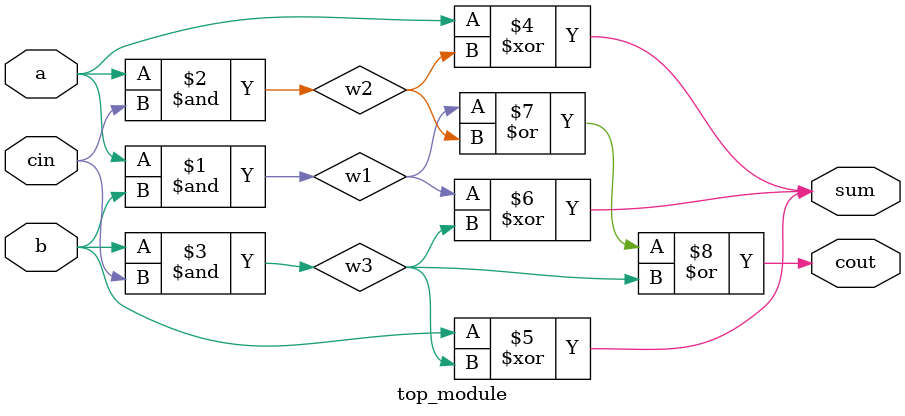
<source format=sv>
module top_module (
	input a,
	input b,
	input cin,
	output cout,
	output sum
);
	
	// Create intermediate wires
	wire w1, w2, w3;
	
	// Create the AND gates
	and gate1(w1, a, b);
	and gate2(w2, a, cin);
	and gate3(w3, b, cin);
	
	// Create the XOR gates
	xor gate4(sum, a, w2);
	xor gate5(sum, b, w3);
	xor gate6(sum, w1, w3);
	
	// Create the OR gate
	or gate7(cout, w1, w2, w3);
endmodule

</source>
